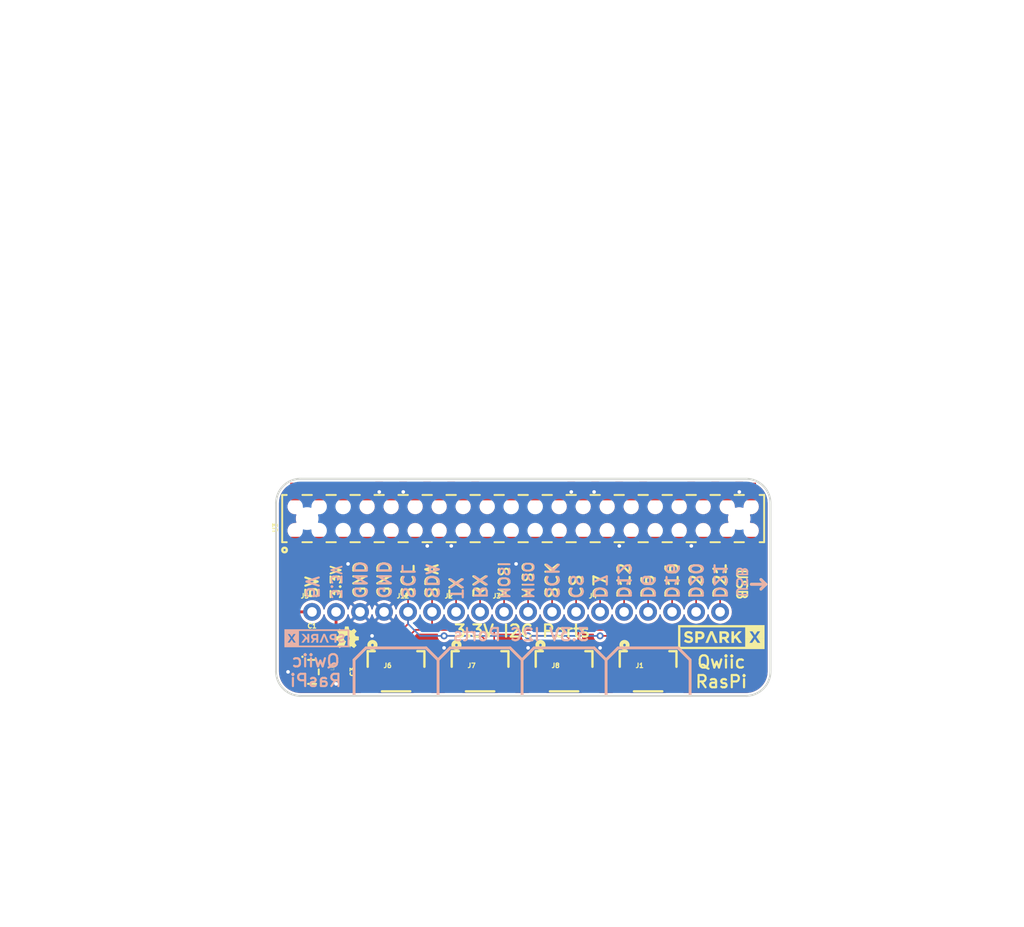
<source format=kicad_pcb>
(kicad_pcb (version 20211014) (generator pcbnew)
  (layers (0 "F.Cu" signal) (31 "B.Cu" signal) (34 "B.Paste" user) (35 "F.Paste" user) (36 "B.SilkS" user "B.Silkscreen") (37 "F.SilkS" user "F.Silkscreen") (38 "B.Mask" user) (39 "F.Mask" user) (44 "Edge.Cuts" user))
  (net 0 "")
  (net 1 "GND")
  (net 2 "3.3V")
  (net 3 "SDA")
  (net 4 "SCL")
  (net 5 "5V")
  (net 6 "RX")
  (net 7 "TX")
  (net 8 "D5")
  (net 9 "D6")
  (net 10 "D7")
  (net 11 "D12")
  (net 12 "D13")
  (net 13 "D16")
  (net 14 "D17")
  (net 15 "D18")
  (net 16 "D19")
  (net 17 "D20")
  (net 18 "D21")
  (net 19 "D22")
  (net 20 "D23")
  (net 21 "D24")
  (net 22 "D25")
  (net 23 "D26")
  (net 24 "D27")
  (net 25 "D4")
  (net 26 "MOSI")
  (net 27 "MISO")
  (net 28 "SCK")
  (net 29 "CS")
  (net 30 "ID_SDA")
  (net 31 "ID_SCL")
  (footprint "eagleBoard:1X04_1MM_RA" (layer "F.Cu") (at 135.0391 111.417099)
    (fp_text reference "J6" (at -1.397 2.159) (layer "F.SilkS") (effects (font (size 0.48768 0.48768) (thickness 0.12192)) (justify left bottom)))
    (fp_text value "")
    (pad "1" smd rect (at -1.5 0) (size 0.6 1.35) (layers "F.Cu" "F.Paste" "F.Mask") (net 1 "GND"))
    (pad "2" smd rect (at -0.5 0) (size 0.6 1.35) (layers "F.Cu" "F.Paste" "F.Mask") (net 2 "3.3V"))
    (pad "3" smd rect (at 0.5 0) (size 0.6 1.35) (layers "F.Cu" "F.Paste" "F.Mask") (net 3 "SDA"))
    (pad "4" smd rect (at 1.5 0) (size 0.6 1.35) (layers "F.Cu" "F.Paste" "F.Mask") (net 4 "SCL"))
    (pad "NC1" smd rect (at 2.8 3.675) (size 1.2 2) (layers "F.Cu" "F.Paste" "F.Mask"))
    (pad "NC2" smd rect (at -2.8 3.675) (size 1.2 2) (layers "F.Cu" "F.Paste" "F.Mask"))
  )
  (footprint "eagleBoard:FIDUCIAL-1X2" (layer "F.Cu") (at 126.1491 102.527099 180)
    (fp_text reference "FD1" hide)
    (fp_text value "FIDUCIAL1X2" hide)
    (pad "1" smd roundrect (at 0 0 180) (size 1 1) (layers "F.Cu" "F.Mask") (roundrect_rratio 0.5))
  )
  (footprint "eagleBoard:1X06_NO_SILK" (layer "F.Cu") (at 156.6291 107.607099)
    (fp_text reference "J4" (at -1.27 -1.397) (layer "F.SilkS") (effects (font (size 0.48768 0.48768) (thickness 0.12192)) (justify left bottom)))
    (fp_text value "")
    (pad "1" thru_hole circle (at 0 0 90) (size 1.8796 1.8796) (drill 1.016) (layers *.Cu *.Mask) (net 10 "D7"))
    (pad "2" thru_hole circle (at 2.54 0 90) (size 1.8796 1.8796) (drill 1.016) (layers *.Cu *.Mask) (net 11 "D12"))
    (pad "3" thru_hole circle (at 5.08 0 90) (size 1.8796 1.8796) (drill 1.016) (layers *.Cu *.Mask) (net 9 "D6"))
    (pad "4" thru_hole circle (at 7.62 0 90) (size 1.8796 1.8796) (drill 1.016) (layers *.Cu *.Mask) (net 13 "D16"))
    (pad "5" thru_hole circle (at 10.16 0 90) (size 1.8796 1.8796) (drill 1.016) (layers *.Cu *.Mask) (net 17 "D20"))
    (pad "6" thru_hole circle (at 12.7 0 90) (size 1.8796 1.8796) (drill 1.016) (layers *.Cu *.Mask) (net 18 "D21"))
  )
  (footprint "eagleBoard:OSHW-LOGO-MINI" (layer "F.Cu") (at 129.8321 110.401099)
    (fp_text reference "LOGO1" hide)
    (fp_text value "OSHW-LOGOMINI" hide)
  )
  (footprint "eagleBoard:SOT23-5" (layer "F.Cu") (at 126.1491 113.957099 -90)
    (fp_text reference "U2" (at -0.889 -2.159 90) (layer "F.SilkS") (effects (font (size 0.376489 0.376489) (thickness 0.029911)) (justify right)))
    (fp_text value "3.3V/600mA")
    (pad "1" smd rect (at -0.95 1.3001 270) (size 0.55 1.2) (layers "F.Cu" "F.Paste" "F.Mask") (net 5 "5V"))
    (pad "2" smd rect (at 0 1.3001 270) (size 0.55 1.2) (layers "F.Cu" "F.Paste" "F.Mask") (net 1 "GND"))
    (pad "3" smd rect (at 0.95 1.3001 270) (size 0.55 1.2) (layers "F.Cu" "F.Paste" "F.Mask") (net 5 "5V"))
    (pad "4" smd rect (at 0.95 -1.3001 270) (size 0.55 1.2) (layers "F.Cu" "F.Paste" "F.Mask"))
    (pad "5" smd rect (at -0.95 -1.3001 270) (size 0.55 1.2) (layers "F.Cu" "F.Paste" "F.Mask") (net 2 "3.3V"))
  )
  (footprint "eagleBoard:FIDUCIAL-1X2" (layer "F.Cu") (at 173.1391 113.957099 180)
    (fp_text reference "FD2" hide)
    (fp_text value "FIDUCIAL1X2" hide)
    (pad "1" smd roundrect (at 0 0 180) (size 1 1) (layers "F.Cu" "F.Mask") (roundrect_rratio 0.5))
  )
  (footprint "eagleBoard:1X04_NO_SILK" (layer "F.Cu") (at 146.4691 107.607099)
    (fp_text reference "J3" (at -1.27 -1.397) (layer "F.SilkS") (effects (font (size 0.48768 0.48768) (thickness 0.12192)) (justify left bottom)))
    (fp_text value "")
    (pad "1" thru_hole circle (at 0 0 90) (size 1.8796 1.8796) (drill 1.016) (layers *.Cu *.Mask) (net 26 "MOSI"))
    (pad "2" thru_hole circle (at 2.54 0 90) (size 1.8796 1.8796) (drill 1.016) (layers *.Cu *.Mask) (net 27 "MISO"))
    (pad "3" thru_hole circle (at 5.08 0 90) (size 1.8796 1.8796) (drill 1.016) (layers *.Cu *.Mask) (net 28 "SCK"))
    (pad "4" thru_hole circle (at 7.62 0 90) (size 1.8796 1.8796) (drill 1.016) (layers *.Cu *.Mask) (net 29 "CS"))
  )
  (footprint "eagleBoard:1X02_NO_SILK" (layer "F.Cu") (at 141.3891 107.607099)
    (fp_text reference "J2" (at -1.27 -1.397) (layer "F.SilkS") (effects (font (size 0.48768 0.48768) (thickness 0.12192)) (justify left bottom)))
    (fp_text value "")
    (pad "1" thru_hole circle (at 0 0 90) (size 1.8796 1.8796) (drill 1.016) (layers *.Cu *.Mask) (net 7 "TX"))
    (pad "2" thru_hole circle (at 2.54 0 90) (size 1.8796 1.8796) (drill 1.016) (layers *.Cu *.Mask) (net 6 "RX"))
  )
  (footprint "eagleBoard:1X02_NO_SILK" (layer "F.Cu") (at 136.3091 107.607099)
    (fp_text reference "J12" (at -1.27 -1.397) (layer "F.SilkS") (effects (font (size 0.48768 0.48768) (thickness 0.12192)) (justify left bottom)))
    (fp_text value "")
    (pad "1" thru_hole circle (at 0 0 90) (size 1.8796 1.8796) (drill 1.016) (layers *.Cu *.Mask) (net 3 "SDA"))
    (pad "2" thru_hole circle (at 2.54 0 90) (size 1.8796 1.8796) (drill 1.016) (layers *.Cu *.Mask) (net 4 "SCL"))
  )
  (footprint "eagleBoard:0603" (layer "F.Cu") (at 129.9591 113.957099 -90)
    (fp_text reference "C3" (at 0 -0.762 -90) (layer "F.SilkS") (effects (font (size 0.48768 0.48768) (thickness 0.12192)) (justify bottom)))
    (fp_text value "1.0uF")
    (pad "1" smd rect (at -0.85 0 270) (size 1.1 1) (layers "F.Cu" "F.Paste" "F.Mask") (net 2 "3.3V"))
    (pad "2" smd rect (at 0.85 0 270) (size 1.1 1) (layers "F.Cu" "F.Paste" "F.Mask") (net 1 "GND"))
  )
  (footprint "eagleBoard:1X04_1MM_RA" (layer "F.Cu") (at 152.8191 111.417099)
    (fp_text reference "J8" (at -1.397 2.159) (layer "F.SilkS") (effects (font (size 0.48768 0.48768) (thickness 0.12192)) (justify left bottom)))
    (fp_text value "")
    (pad "1" smd rect (at -1.5 0) (size 0.6 1.35) (layers "F.Cu" "F.Paste" "F.Mask") (net 1 "GND"))
    (pad "2" smd rect (at -0.5 0) (size 0.6 1.35) (layers "F.Cu" "F.Paste" "F.Mask") (net 2 "3.3V"))
    (pad "3" smd rect (at 0.5 0) (size 0.6 1.35) (layers "F.Cu" "F.Paste" "F.Mask") (net 3 "SDA"))
    (pad "4" smd rect (at 1.5 0) (size 0.6 1.35) (layers "F.Cu" "F.Paste" "F.Mask") (net 4 "SCL"))
    (pad "NC1" smd rect (at 2.8 3.675) (size 1.2 2) (layers "F.Cu" "F.Paste" "F.Mask"))
    (pad "NC2" smd rect (at -2.8 3.675) (size 1.2 2) (layers "F.Cu" "F.Paste" "F.Mask"))
  )
  (footprint "eagleBoard:CREATIVE_COMMONS" (layer "F.Cu") (at 113.4491 140.627099)
    (fp_text reference "FRAME1" hide)
    (fp_text value "FRAME-LETTER" hide)
  )
  (footprint "eagleBoard:1X04_1MM_RA" (layer "F.Cu") (at 161.709881 111.416981)
    (fp_text reference "J1" (at -1.397 2.159) (layer "F.SilkS") (effects (font (size 0.48768 0.48768) (thickness 0.12192)) (justify left bottom)))
    (fp_text value "")
    (pad "1" smd rect (at -1.5 0) (size 0.6 1.35) (layers "F.Cu" "F.Paste" "F.Mask") (net 1 "GND"))
    (pad "2" smd rect (at -0.5 0) (size 0.6 1.35) (layers "F.Cu" "F.Paste" "F.Mask") (net 2 "3.3V"))
    (pad "3" smd rect (at 0.5 0) (size 0.6 1.35) (layers "F.Cu" "F.Paste" "F.Mask") (net 3 "SDA"))
    (pad "4" smd rect (at 1.5 0) (size 0.6 1.35) (layers "F.Cu" "F.Paste" "F.Mask") (net 4 "SCL"))
    (pad "NC1" smd rect (at 2.8 3.675) (size 1.2 2) (layers "F.Cu" "F.Paste" "F.Mask"))
    (pad "NC2" smd rect (at -2.8 3.675) (size 1.2 2) (layers "F.Cu" "F.Paste" "F.Mask"))
  )
  (footprint "eagleBoard:RASPBERRY_PI_SHIELD_BOTTOM_ENTRY_NOHOLES" (layer "F.Cu") (at 115.9891 102.527099)
    (fp_text reference "U3" (at 6.55 -3.2702 90) (layer "F.SilkS") (effects (font (size 0.48768 0.48768) (thickness 0.12192)) (justify left bottom)))
    (fp_text value "RASPBERRY_PI")
    (pad "" np_thru_hole circle (at 28.69 -3.53) (size 1.02 1.02) (drill 1.02) (layers *.Cu *.Mask))
    (pad "" np_thru_hole circle (at 51.55 -3.53) (size 1.02 1.02) (drill 1.02) (layers *.Cu *.Mask))
    (pad "" np_thru_hole circle (at 26.15 -3.53) (size 1.02 1.02) (drill 1.02) (layers *.Cu *.Mask))
    (pad "" np_thru_hole circle (at 8.37 -6.07) (size 1.02 1.02) (drill 1.02) (layers *.Cu *.Mask))
    (pad "" np_thru_hole circle (at 8.37 -3.53) (size 1.02 1.02) (drill 1.02) (layers *.Cu *.Mask))
    (pad "" np_thru_hole circle (at 54.09 -6.07) (size 1.02 1.02) (drill 1.02) (layers *.Cu *.Mask))
    (pad "" np_thru_hole circle (at 23.61 -3.53) (size 1.02 1.02) (drill 1.02) (layers *.Cu *.Mask))
    (pad "" np_thru_hole circle (at 26.15 -6.07) (size 1.02 1.02) (drill 1.02) (layers *.Cu *.Mask))
    (pad "" np_thru_hole circle (at 33.77 -6.07) (size 1.02 1.02) (drill 1.02) (layers *.Cu *.Mask))
    (pad "" np_thru_hole circle (at 33.77 -3.53) (size 1.02 1.02) (drill 1.02) (layers *.Cu *.Mask))
    (pad "" np_thru_hole circle (at 49.01 -6.07) (size 1.02 1.02) (drill 1.02) (layers *.Cu *.Mask))
    (pad "" np_thru_hole circle (at 54.09 -3.53) (size 1.02 1.02) (drill 1.02) (layers *.Cu *.Mask))
    (pad "" np_thru_hole circle (at 13.45 -6.07) (size 1.02 1.02) (drill 1.02) (layers *.Cu *.Mask))
    (pad "" np_thru_hole circle (at 13.45 -3.53) (size 1.02 1.02) (drill 1.02) (layers *.Cu *.Mask))
    (pad "" np_thru_hole circle (at 41.39 -3.53) (size 1.02 1.02) (drill 1.02) (layers *.Cu *.Mask))
    (pad "" np_thru_hole circle (at 18.53 -3.53) (size 1.02 1.02) (drill 1.02) (layers *.Cu *.Mask))
    (pad "" np_thru_hole circle (at 15.99 -6.07) (size 1.02 1.02) (drill 1.02) (layers *.Cu *.Mask))
    (pad "" np_thru_hole circle (at 23.61 -6.07) (size 1.02 1.02) (drill 1.02) (layers *.Cu *.Mask))
    (pad "" np_thru_hole circle (at 56.63 -6.07) (size 1.02 1.02) (drill 1.02) (layers *.Cu *.Mask))
    (pad "" np_thru_hole circle (at 21.07 -6.07) (size 1.02 1.02) (drill 1.02) (layers *.Cu *.Mask))
    (pad "" np_thru_hole circle (at 46.47 -6.07) (size 1.02 1.02) (drill 1.02) (layers *.Cu *.Mask))
    (pad "" np_thru_hole circle (at 18.53 -6.07) (size 1.02 1.02) (drill 1.02) (layers *.Cu *.Mask))
    (pad "" np_thru_hole circle (at 49.01 -3.53) (size 1.02 1.02) (drill 1.02) (layers *.Cu *.Mask))
    (pad "" np_thru_hole circle (at 38.85 -6.07) (size 1.02 1.02) (drill 1.02) (layers *.Cu *.Mask))
    (pad "" np_thru_hole circle (at 46.47 -3.53) (size 1.02 1.02) (drill 1.02) (layers *.Cu *.Mask))
    (pad "" np_thru_hole circle (at 28.69 -6.07) (size 1.02 1.02) (drill 1.02) (layers *.Cu *.Mask))
    (pad "" np_thru_hole circle (at 43.93 -6.07) (size 1.02 1.02) (drill 1.02) (layers *.Cu *.Mask))
    (pad "" np_thru_hole circle (at 10.91 -3.53) (size 1.02 1.02) (drill 1.02) (layers *.Cu *.Mask))
    (pad "" np_thru_hole circle (at 31.23 -6.07) (size 1.02 1.02) (drill 1.02) (layers *.Cu *.Mask))
    (pad "" np_thru_hole circle (at 15.99 -3.53) (size 1.02 1.02) (drill 1.02) (layers *.Cu *.Mask))
    (pad "" np_thru_hole circle (at 36.31 -6.07) (size 1.02 1.02) (drill 1.02) (layers *.Cu *.Mask))
    (pad "" np_thru_hole circle (at 43.93 -3.53) (size 1.02 1.02) (drill 1.02) (layers *.Cu *.Mask))
    (pad "" np_thru_hole circle (at 56.63 -3.53) (size 1.02 1.02) (drill 1.02) (layers *.Cu *.Mask))
    (pad "" np_thru_hole circle (at 21.07 -3.53) (size 1.02 1.02) (drill 1.02) (layers *.Cu *.Mask))
    (pad "" np_thru_hole circle (at 36.31 -3.53) (size 1.02 1.02) (drill 1.02) (layers *.Cu *.Mask))
    (pad "" np_thru_hole circle (at 38.85 -3.53) (size 1.02 1.02) (drill 1.02) (layers *.Cu *.Mask))
    (pad "" np_thru_hole circle (at 41.39 -6.07) (size 1.02 1.02) (drill 1.02) (layers *.Cu *.Mask))
    (pad "" np_thru_hole circle (at 9.64 -4.8) (size 1.8 1.8) (drill 1.8) (layers *.Cu *.Mask))
    (pad "" np_thru_hole circle (at 51.55 -6.07) (size 1.02 1.02) (drill 1.02) (layers *.Cu *.Mask))
    (pad "" np_thru_hole circle (at 10.91 -6.07) (size 1.02 1.02) (drill 1.02) (layers *.Cu *.Mask))
    (pad "" np_thru_hole circle (at 31.23 -3.53) (size 1.02 1.02) (drill 1.02) (layers *.Cu *.Mask))
    (pad "" np_thru_hole circle (at 55.36 -4.8) (size 1.8 1.8) (drill 1.8) (layers *.Cu *.Mask))
    (pad "1" smd rect (at 8.37 -7.665 90) (size 1.87 1.02) (layers "F.Cu" "F.Paste" "F.Mask"))
    (pad "2" smd rect (at 8.37 -1.935 90) (size 1.87 1.02) (layers "F.Cu" "F.Paste" "F.Mask") (net 5 "5V"))
    (pad "3" smd rect (at 10.91 -7.665 90) (size 1.87 1.02) (layers "F.Cu" "F.Paste" "F.Mask") (net 3 "SDA"))
    (pad "4" smd rect (at 10.91 -1.935 90) (size 1.87 1.02) (layers "F.Cu" "F.Paste" "F.Mask") (net 5 "5V"))
    (pad "5" smd rect (at 13.45 -7.665 90) (size 1.87 1.02) (layers "F.Cu" "F.Paste" "F.Mask") (net 4 "SCL"))
    (pad "6" smd rect (at 13.45 -1.935 90) (size 1.87 1.02) (layers "F.Cu" "F.Paste" "F.Mask") (net 1 "GND"))
    (pad "7" smd rect (at 15.99 -7.665 90) (size 1.87 1.02) (layers "F.Cu" "F.Paste" "F.Mask") (net 25 "D4"))
    (pad "8" smd rect (at 15.99 -1.935 90) (size 1.87 1.02) (layers "F.Cu" "F.Paste" "F.Mask") (net 7 "TX"))
    (pad "9" smd rect (at 18.53 -7.665 90) (size 1.87 1.02) (layers "F.Cu" "F.Paste" "F.Mask") (net 1 "GND"))
    (pad "10" smd rect (at 18.53 -1.935 90) (size 1.87 1.02) (layers "F.Cu" "F.Paste" "F.Mask") (net 6 "RX"))
    (pad "11" smd rect (at 21.07 -7.665 90) (size 1.87 1.02) (layers "F.Cu" "F.Paste" "F.Mask") (net 14 "D17"))
    (pad "12" smd rect (at 21.07 -1.935 90) (size 1.87 1.02) (layers "F.Cu" "F.Paste" "F.Mask") (net 15 "D18"))
    (pad "13" smd rect (at 23.61 -7.665 90) (size 1.87 1.02) (layers "F.Cu" "F.Paste" "F.Mask") (net 24 "D27"))
    (pad "14" smd rect (at 23.61 -1.935 90) (size 1.87 1.02) (layers "F.Cu" "F.Paste" "F.Mask") (net 1 "GND"))
    (pad "15" smd rect (at 26.15 -7.665 90) (size 1.87 1.02) (layers "F.Cu" "F.Paste" "F.Mask") (net 19 "D22"))
    (pad "16" smd rect (at 26.15 -1.935 90) (size 1.87 1.02) (layers "F.Cu" "F.Paste" "F.Mask") (net 20 "D23"))
    (pad "17" smd rect (at 28.69 -7.665 90) (size 1.87 1.02) (layers "F.Cu" "F.Paste" "F.Mask"))
    (pad "18" smd rect (at 28.69 -1.935 90) (size 1.87 1.02) (layers "F.Cu" "F.Paste" "F.Mask") (net 21 "D24"))
    (pad "19" smd rect (at 31.23 -7.665 90) (size 1.87 1.02) (layers "F.Cu" "F.Paste" "F.Mask") (net 26 "MOSI"))
    (pad "20" smd rect (at 31.23 -1.935 90) (size 1.87 1.02) (layers "F.Cu" "F.Paste" "F.Mask") (net 1 "GND"))
    (pad "21" smd rect (at 33.77 -7.665 90) (size 1.87 1.02) (layers "F.Cu" "F.Paste" "F.Mask") (net 27 "MISO"))
    (pad "22" smd rect (at 33.77 -1.935 90) (size 1.87 1.02) (layers "F.Cu" "F.Paste" "F.Mask") (net 22 "D25"))
    (pad "23" smd rect (at 36.31 -7.665 90) (size 1.87 1.02) (layers "F.Cu" "F.Paste" "F.Mask") (net 28 "SCK"))
    (pad "24" smd rect (at 36.31 -1.935 90) (size 1.87 1.02) (layers "F.Cu" "F.Paste" "F.Mask") (net 29 "CS"))
    (pad "25" smd rect (at 38.85 -7.665 90) (size 1.87 1.02) (layers "F.Cu" "F.Paste" "F.Mask") (net 1 "GND"))
    (pad "26" smd rect (at 38.85 -1.935 90) (size 1.87 1.02) (layers "F.Cu" "F.Paste" "F.Mask") (net 10 "D7"))
    (pad "27" smd rect (at 41.39 -7.665 90) (size 1.87 1.02) (layers "F.Cu" "F.Paste" "F.Mask") (net 30 "ID_SDA"))
    (pad "28" smd rect (at 41.39 -1.935 90) (size 1.87 1.02) (layers "F.Cu" "F.Paste" "F.Mask") (net 31 "ID_SCL"))
    (pad "29" smd rect (at 43.93 -7.665 90) (size 1.87 1.02) (layers "F.Cu" "F.Paste" "F.Mask") (net 8 "D5"))
    (pad "30" smd rect (at 43.93 -1.935 90) (size 1.87 1.02) (layers "F.Cu" "F.Paste" "F.Mask") (net 1 "GND"))
    (pad "31" smd rect (at 46.47 -7.665 90) (size 1.87 1.02) (layers "F.Cu" "F.Paste" "F.Mask") (net 9 "D6"))
    (pad "32" smd rect (at 46.47 -1.935 90) (size 1.87 1.02) (layers "F.Cu" "F.Paste" "F.Mask") (net 11 "D12"))
    (pad "33" smd rect (at 49.01 -7.665 90) (size 1.87 1.02) (layers "F.Cu" "F.Paste" "F.Mask") (net 12 "D13"))
    (pad "34" smd rect (at 49.01 -1.935 90) (size 1.87 1.02) (layers "F.Cu" "F.Paste" "F.Mask") (net 1 "GND"))
    (pad "35" smd rect (at 51.55 -7.665 90) (size 1.87 1.02) (layers "F.Cu" "F.Paste" "F.Mask") (net 16 "D19"))
    (pad "36" smd rect (at 51.55 -1.935 90) (size 1.87 1.02) (layers "F.Cu" "F.Paste" "F.Mask") (net 13 "D16"))
    (pad "37" smd rect (at 54.09 -7.665 90) (size 1.87 1.02) (layers "F.Cu" "F.Paste" "F.Mask") (net 23 "D26"))
    (pad "38" smd rect (at 54.09 -1.935 90) (size 1.87 1.02) (layers "F.Cu" "F.Paste" "F.Mask") (net 17 "D20"))
    (pad "39" smd rect (at 56.63 -7.665 90) (size 1.87 1.02) (layers "F.Cu" "F.Paste" "F.Mask") (net 1 "GND"))
    (pad "40" smd rect (at 56.63 -1.935 90) (size 1.87 1.02) (layers "F.Cu" "F.Paste" "F.Mask") (net 18 "D21"))
  )
  (footprint "eagleBoard:SPARKX-MEDIUM" (layer "F.Cu") (at 169.4561 110.274099)
    (fp_text reference "U$2" hide)
    (fp_text value "SPARKX-LOGO4" hide)
  )
  (footprint "eagleBoard:1X04_1MM_RA" (layer "F.Cu") (at 143.9291 111.417099)
    (fp_text reference "J7" (at -1.397 2.159) (layer "F.SilkS") (effects (font (size 0.48768 0.48768) (thickness 0.12192)) (justify left bottom)))
    (fp_text value "")
    (pad "1" smd rect (at -1.5 0) (size 0.6 1.35) (layers "F.Cu" "F.Paste" "F.Mask") (net 1 "GND"))
    (pad "2" smd rect (at -0.5 0) (size 0.6 1.35) (layers "F.Cu" "F.Paste" "F.Mask") (net 2 "3.3V"))
    (pad "3" smd rect (at 0.5 0) (size 0.6 1.35) (layers "F.Cu" "F.Paste" "F.Mask") (net 3 "SDA"))
    (pad "4" smd rect (at 1.5 0) (size 0.6 1.35) (layers "F.Cu" "F.Paste" "F.Mask") (net 4 "SCL"))
    (pad "NC1" smd rect (at 2.8 3.675) (size 1.2 2) (layers "F.Cu" "F.Paste" "F.Mask"))
    (pad "NC2" smd rect (at -2.8 3.675) (size 1.2 2) (layers "F.Cu" "F.Paste" "F.Mask"))
  )
  (footprint "eagleBoard:1X04_NO_SILK" (layer "F.Cu") (at 126.1491 107.607099)
    (fp_text reference "J5" (at -1.27 -1.397) (layer "F.SilkS") (effects (font (size 0.48768 0.48768) (thickness 0.12192)) (justify left bottom)))
    (fp_text value "")
    (pad "1" thru_hole circle (at 0 0 90) (size 1.8796 1.8796) (drill 1.016) (layers *.Cu *.Mask) (net 5 "5V"))
    (pad "2" thru_hole circle (at 2.54 0 90) (size 1.8796 1.8796) (drill 1.016) (layers *.Cu *.Mask) (net 2 "3.3V"))
    (pad "3" thru_hole circle (at 5.08 0 90) (size 1.8796 1.8796) (drill 1.016) (layers *.Cu *.Mask) (net 1 "GND"))
    (pad "4" thru_hole circle (at 7.62 0 90) (size 1.8796 1.8796) (drill 1.016) (layers *.Cu *.Mask) (net 1 "GND"))
  )
  (footprint "eagleBoard:0603" (layer "F.Cu") (at 126.1491 110.147099)
    (fp_text reference "C1" (at 0 -0.762) (layer "F.SilkS") (effects (font (size 0.48768 0.48768) (thickness 0.12192)) (justify bottom)))
    (fp_text value "1.0uF")
    (pad "1" smd rect (at -0.85 0) (size 1.1 1) (layers "F.Cu" "F.Paste" "F.Mask") (net 5 "5V"))
    (pad "2" smd rect (at 0.85 0) (size 1.1 1) (layers "F.Cu" "F.Paste" "F.Mask") (net 1 "GND"))
  )
  (footprint "eagleBoard:SPARKX-SMALL" (layer "B.Cu") (at 126.6571 110.401099 180)
    (fp_text reference "U$1" hide)
    (fp_text value "SPARKX-LOGO3" hide)
  )
  (gr_line (start 164.8841 111.417099) (end 158.5341 111.417099) (layer "B.SilkS") (width 0.3048))
  (gr_line (start 148.3741 112.687099) (end 149.6441 111.417099) (layer "B.SilkS") (width 0.3048))
  (gr_line (start 157.2641 112.687099) (end 158.5341 111.417099) (layer "B.SilkS") (width 0.3048))
  (gr_line (start 174.1551 104.686099) (end 172.6311 104.686099) (layer "B.SilkS") (width 0.3048))
  (gr_line (start 138.2141 111.417099) (end 139.4841 112.687099) (layer "B.SilkS") (width 0.3048))
  (gr_line (start 147.1041 111.417099) (end 148.3741 112.687099) (layer "B.SilkS") (width 0.3048))
  (gr_line (start 138.2141 111.417099) (end 131.8641 111.417099) (layer "B.SilkS") (width 0.3048))
  (gr_line (start 155.9941 111.417099) (end 157.2641 112.687099) (layer "B.SilkS") (width 0.3048))
  (gr_line (start 164.8841 111.417099) (end 166.1541 112.687099) (layer "B.SilkS") (width 0.3048))
  (gr_line (start 130.5941 116.370099) (end 130.5941 112.687099) (layer "B.SilkS") (width 0.3048))
  (gr_line (start 166.1541 116.370099) (end 166.1541 112.687099) (layer "B.SilkS") (width 0.3048))
  (gr_line (start 174.1551 104.686099) (end 173.6471 104.178099) (layer "B.SilkS") (width 0.3048))
  (gr_line (start 173.6471 105.194099) (end 174.1551 104.686099) (layer "B.SilkS") (width 0.3048))
  (gr_line (start 130.5941 112.687099) (end 131.8641 111.417099) (layer "B.SilkS") (width 0.3048))
  (gr_line (start 139.4841 112.687099) (end 140.7541 111.417099) (layer "B.SilkS") (width 0.3048))
  (gr_line (start 155.9941 111.417099) (end 149.6441 111.417099) (layer "B.SilkS") (width 0.3048))
  (gr_line (start 139.4841 116.370099) (end 139.4841 112.687099) (layer "B.SilkS") (width 0.3048))
  (gr_line (start 148.3741 116.370099) (end 148.3741 112.687099) (layer "B.SilkS") (width 0.3048))
  (gr_line (start 147.1041 111.417099) (end 140.7541 111.417099) (layer "B.SilkS") (width 0.3048))
  (gr_line (start 157.2641 116.370099) (end 157.2641 112.687099) (layer "B.SilkS") (width 0.3048))
  (gr_line (start 174.1551 104.686099) (end 173.6471 104.178099) (layer "F.SilkS") (width 0.3048))
  (gr_line (start 172.6311 104.686099) (end 174.1551 104.686099) (layer "F.SilkS") (width 0.3048))
  (gr_line (start 174.1551 104.686099) (end 173.6471 105.194099) (layer "F.SilkS") (width 0.3048))
  (gr_arc (start 172.1231 93.510099) (mid 173.9011 94.272099) (end 174.6631 96.050099) (layer "Edge.Cuts") (width 0.2032))
  (gr_arc (start 124.8791 116.497099) (mid 123.1011 115.7351) (end 122.3391 113.957101) (layer "Edge.Cuts") (width 0.2032))
  (gr_line (start 174.6631 113.957099) (end 174.6631 96.050099) (layer "Edge.Cuts") (width 0.2032))
  (gr_line (start 172.1231 116.497099) (end 124.8791 116.497099) (layer "Edge.Cuts") (width 0.2032))
  (gr_arc (start 174.6631 113.957099) (mid 173.901101 115.735099) (end 172.123101 116.4971) (layer "Edge.Cuts") (width 0.2032))
  (gr_line (start 172.1231 93.510099) (end 124.8791 93.510099) (layer "Edge.Cuts") (width 0.2032))
  (gr_line (start 122.3391 96.050099) (end 122.3391 113.957099) (layer "Edge.Cuts") (width 0.2032))
  (gr_arc (start 122.3391 96.050099) (mid 123.1011 94.2721) (end 124.879099 93.5101) (layer "Edge.Cuts") (width 0.2032))
  (gr_text "X10" (at 172.3771 107.607099) (layer "F.Cu") (effects (font (size 0.8128 0.8128) (thickness 0.2032))))
  (gr_text "GND" (at 133.7691 106.337099 -90) (layer "B.SilkS") (effects (font (size 1.2954 1.2954) (thickness 0.2286)) (justify left mirror)))
  (gr_text "D12" (at 159.1691 106.337099 -90) (layer "B.SilkS") (effects (font (size 1.2954 1.2954) (thickness 0.2286)) (justify left mirror)))
  (gr_text "D20" (at 166.7891 106.337099 -90) (layer "B.SilkS") (effects (font (size 1.2954 1.2954) (thickness 0.2286)) (justify left mirror)))
  (gr_text "Qwiic\nRasPi" (at 126.5301 113.830099) (layer "B.SilkS") (effects (font (size 1.2954 1.2954) (thickness 0.2286)) (justify mirror)))
  (gr_text "RX" (at 143.9291 106.337099 -90) (layer "B.SilkS") (effects (font (size 1.2954 1.2954) (thickness 0.2286)) (justify left mirror)))
  (gr_text "GND" (at 131.2291 106.337099 -90) (layer "B.SilkS") (effects (font (size 1.2954 1.2954) (thickness 0.2286)) (justify left mirror)))
  (gr_text "CS" (at 154.0891 106.337099 -90) (layer "B.SilkS") (effects (font (size 1.2954 1.2954) (thickness 0.2286)) (justify left mirror)))
  (gr_text "TX" (at 141.3891 106.337099 -90) (layer "B.SilkS") (effects (font (size 1.2954 1.2954) (thickness 0.2286)) (justify left mirror)))
  (gr_text "5V" (at 126.1491 106.337099 -90) (layer "B.SilkS") (effects (font (size 1.2954 1.2954) (thickness 0.2286)) (justify left mirror)))
  (gr_text "MISO" (at 149.0091 106.337099 -90) (layer "B.SilkS") (effects (font (size 1.0795 1.0795) (thickness 0.1905)) (justify left mirror)))
  (gr_text "D21" (at 169.3291 106.337099 -90) (layer "B.SilkS") (effects (font (size 1.2954 1.2954) (thickness 0.2286)) (justify left mirror)))
  (gr_text "D6" (at 161.7091 106.337099 -90) (layer "B.SilkS") (effects (font (size 1.2954 1.2954) (thickness 0.2286)) (justify left mirror)))
  (gr_text "D16" (at 164.2491 106.337099 -90) (layer "B.SilkS") (effects (font (size 1.2954 1.2954) (thickness 0.2286)) (justify left mirror)))
  (gr_text "SCK" (at 151.5491 106.337099 -90) (layer "B.SilkS") (effects (font (size 1.2954 1.2954) (thickness 0.2286)) (justify left mirror)))
  (gr_text "3.3V" (at 128.6891 106.337099 -90) (layer "B.SilkS") (effects (font (size 1.0795 1.0795) (thickness 0.1905)) (justify left mirror)))
  (gr_text "MOSI" (at 146.4691 106.337099 -90) (layer "B.SilkS") (effects (font (size 1.0795 1.0795) (thickness 0.1905)) (justify left mirror)))
  (gr_text "D7" (at 156.6291 106.337099 -90) (layer "B.SilkS") (effects (font (size 1.2954 1.2954) (thickness 0.2286)) (justify left mirror)))
  (gr_text "SCL" (at 136.3091 106.337099 -90) (layer "B.SilkS") (effects (font (size 1.2954 1.2954) (thickness 0.2286)) (justify left mirror)))
  (gr_text "USB" (at 171.6151 104.432099 -90) (layer "B.SilkS") (effects (font (size 1.0795 1.0795) (thickness 0.1905)) (justify mirror)))
  (gr_text "SDA" (at 138.8491 106.337099 -90) (layer "B.SilkS") (effects (font (size 1.2954 1.2954) (thickness 0.2286)) (justify left mirror)))
  (gr_text "3.3V I2C Ports" (at 148.2471 110.020099) (layer "B.SilkS") (effects (font (size 1.2954 1.2954) (thickness 0.2286)) (justify mirror)))
  (gr_text "D21" (at 169.3291 106.337099 90) (layer "F.SilkS") (effects (font (size 1.2954 1.2954) (thickness 0.2286)) (justify left)))
  (gr_text "D7" (at 156.6291 106.337099 90) (layer "F.SilkS") (effects (font (size 1.2954 1.2954) (thickness 0.2286)) (justify left)))
  (gr_text "SCL" (at 136.3091 106.337099 90) (layer "F.SilkS") (effects (font (size 1.2954 1.2954) (thickness 0.2286)) (justify left)))
  (gr_text "GND" (at 131.2291 106.337099 90) (layer "F.SilkS") (effects (font (size 1.2954 1.2954) (thickness 0.2286)) (justify left)))
  (gr_text "SCK" (at 151.5491 106.337099 90) (layer "F.SilkS") (effects (font (size 1.2954 1.2954) (thickness 0.2286)) (justify left)))
  (gr_text "SDA" (at 138.8491 106.337099 90) (layer "F.SilkS") (effects (font (size 1.2954 1.2954) (thickness 0.2286)) (justify left)))
  (gr_text "D20" (at 166.7891 106.337099 90) (layer "F.SilkS") (effects (font (size 1.2954 1.2954) (thickness 0.2286)) (justify left)))
  (gr_text "3.3V" (at 128.6891 106.337099 90) (layer "F.SilkS") (effects (font (size 1.0795 1.0795) (thickness 0.1905)) (justify left)))
  (gr_text "5V" (at 126.1491 106.337099 90) (layer "F.SilkS") (effects (font (size 1.2954 1.2954) (thickness 0.2286)) (justify left)))
  (gr_text "D16" (at 164.2491 106.337099 90) (layer "F.SilkS") (effects (font (size 1.2954 1.2954) (thickness 0.2286)) (justify left)))
  (gr_text "D6" (at 161.7091 106.337099 90) (layer "F.SilkS") (effects (font (size 1.2954 1.2954) (thickness 0.2286)) (justify left)))
  (gr_text "TX" (at 141.3891 106.337099 90) (layer "F.SilkS") (effects (font (size 1.2954 1.2954) (thickness 0.2286)) (justify left)))
  (gr_text "Qwiic\nRasPi" (at 169.4561 113.957099) (layer "F.SilkS") (effects (font (size 1.2954 1.2954) (thickness 0.2286))))
  (gr_text "MOSI" (at 146.4691 106.337099 90) (layer "F.SilkS") (effects (font (size 1.0795 1.0795) (thickness 0.1905)) (justify left)))
  (gr_text "MISO" (at 149.0091 106.337099 90) (layer "F.SilkS") (effects (font (size 1.0795 1.0795) (thickness 0.1905)) (justify left)))
  (gr_text "D12" (at 159.1691 106.337099 90) (layer "F.SilkS") (effects (font (size 1.2954 1.2954) (thickness 0.2286)) (justify left)))
  (gr_text "3.3V I2C Ports" (at 148.3741 109.639099) (layer "F.SilkS") (effects (font (size 1.2954 1.2954) (thickness 0.2286))))
  (gr_text "USB" (at 171.6151 104.686099 270) (layer "F.SilkS") (effects (font (size 1.0795 1.0795) (thickness 0.1905))))
  (gr_text "CS" (at 154.0891 106.337099 90) (layer "F.SilkS") (effects (font (size 1.2954 1.2954) (thickness 0.2286)) (justify left)))
  (gr_text "RX" (at 143.9291 106.337099 90) (layer "F.SilkS") (effects (font (size 1.2954 1.2954) (thickness 0.2286)) (justify left)))
  (gr_text "GND" (at 133.7691 106.337099 90) (layer "F.SilkS") (effects (font (size 1.2954 1.2954) (thickness 0.2286)) (justify left)))
  (via (at 140.1191 111.417099) (size 0.7366) (drill 0.381) (layers "F.Cu" "B.Cu") (net 1))
  (via (at 156.6291 111.417099) (size 0.7366) (drill 0.381) (layers "F.Cu" "B.Cu") (net 1))
  (via (at 147.7391 102.527099) (size 0.7366) (drill 0.381) (layers "F.Cu" "B.Cu") (net 1))
  (via (at 123.6091 113.957099) (size 0.7366) (drill 0.381) (layers "F.Cu" "B.Cu") (net 1))
  (via (at 171.3611 94.907099) (size 0.7366) (drill 0.381) (layers "F.Cu" "B.Cu") (net 1))
  (via (at 129.9591 102.527099) (size 0.7366) (drill 0.381) (layers "F.Cu" "B.Cu") (net 1))
  (via (at 133.2611 94.907099) (size 0.7366) (drill 0.381) (layers "F.Cu" "B.Cu") (net 1))
  (via (at 149.0091 111.417099) (size 0.7366) (drill 0.381) (layers "F.Cu" "B.Cu") (net 1))
  (via (at 128.6891 115.227099) (size 0.7366) (drill 0.381) (layers "F.Cu" "B.Cu") (net 1))
  (via (at 138.3411 100.622099) (size 0.7366) (drill 0.381) (layers "F.Cu" "B.Cu") (net 1))
  (via (at 140.8811 100.622099) (size 0.7366) (drill 0.381) (layers "F.Cu" "B.Cu") (net 1))
  (via (at 132.4991 110.147099) (size 0.7366) (drill 0.381) (layers "F.Cu" "B.Cu") (net 1))
  (via (at 158.6611 100.622099) (size 0.7366) (drill 0.381) (layers "F.Cu" "B.Cu") (net 1))
  (via (at 135.8011 94.907099) (size 0.7366) (drill 0.381) (layers "F.Cu" "B.Cu") (net 1))
  (via (at 153.5811 94.907099) (size 0.7366) (drill 0.381) (layers "F.Cu" "B.Cu") (net 1))
  (via (at 155.9941 94.907099) (size 0.7366) (drill 0.381) (layers "F.Cu" "B.Cu") (net 1))
  (via (at 166.2811 100.622099) (size 0.7366) (drill 0.381) (layers "F.Cu" "B.Cu") (net 1))
  (segment (start 143.4291 113.099099) (end 143.4211 113.107099) (width 0.3048) (layer "F.Cu") (net 2))
  (segment (start 152.3191 113.099099) (end 152.3111 113.107099) (width 0.3048) (layer "F.Cu") (net 2))
  (segment (start 127.4191 112.976999) (end 127.4492 113.007099) (width 0.3048) (layer "F.Cu") (net 2))
  (segment (start 127.4492 113.007099) (end 128.6281 113.007099) (width 0.3048) (layer "F.Cu") (net 2))
  (segment (start 134.5311 113.107099) (end 143.4211 113.107099) (width 0.3048) (layer "F.Cu") (net 2))
  (segment (start 152.3191 111.417099) (end 152.3191 113.099099) (width 0.3048) (layer "F.Cu") (net 2))
  (segment (start 143.4211 113.107099) (end 152.3111 113.107099) (width 0.3048) (layer "F.Cu") (net 2))
  (segment (start 134.5391 111.417099) (end 134.5391 113.099099) (width 0.3048) (layer "F.Cu") (net 2))
  (segment (start 134.5391 113.099099) (end 134.5311 113.107099) (width 0.3048) (layer "F.Cu") (net 2))
  (segment (start 128.6281 113.007099) (end 128.7281 113.107099) (width 0.3048) (layer "F.Cu") (net 2))
  (segment (start 143.4291 111.417099) (end 143.4291 113.099099) (width 0.3048) (layer "F.Cu") (net 2))
  (segment (start 152.3111 113.107099) (end 160.9081 113.107099) (width 0.3048) (layer "F.Cu") (net 2))
  (segment (start 129.9591 113.107099) (end 134.5311 113.107099) (width 0.3048) (layer "F.Cu") (net 2))
  (segment (start 127.4191 111.417099) (end 127.4191 112.976999) (width 0.3048) (layer "F.Cu") (net 2))
  (segment (start 128.6891 110.147099) (end 127.4191 111.417099) (width 0.3048) (layer "F.Cu") (net 2))
  (segment (start 160.9081 113.107099) (end 161.209881 112.805318) (width 0.3048) (layer "F.Cu") (net 2))
  (segment (start 161.209881 111.416981) (end 161.209881 112.805318) (width 0.3048) (layer "F.Cu") (net 2))
  (segment (start 128.6891 107.607099) (end 128.6891 110.147099) (width 0.3048) (layer "F.Cu") (net 2))
  (segment (start 129.9591 113.107099) (end 128.7281 113.107099) (width 0.3048) (layer "F.Cu") (net 2))
  (segment (start 153.3191 111.417099) (end 153.3191 110.393099) (width 0.1778) (layer "F.Cu") (net 3))
  (segment (start 129.4511 103.797099) (end 128.1811 102.527099) (width 0.1778) (layer "F.Cu") (net 3))
  (segment (start 136.3091 108.877099) (end 136.3091 107.607099) (width 0.1778) (layer "F.Cu") (net 3))
  (segment (start 144.4291 111.417099) (end 144.4291 110.520099) (width 0.1778) (layer "F.Cu") (net 3))
  (segment (start 128.1811 102.527099) (end 128.1811 95.161099) (width 0.1778) (layer "F.Cu") (net 3))
  (segment (start 162.209881 110.647881) (end 161.7091 110.147099) (width 0.1778) (layer "F.Cu") (net 3))
  (segment (start 136.3091 107.607099) (end 136.3091 105.067099) (width 0.1778) (layer "F.Cu") (net 3))
  (segment (start 161.7091 110.147099) (end 156.6291 110.147099) (width 0.1778) (layer "F.Cu") (net 3))
  (segment (start 144.4291 110.520099) (end 144.0561 110.147099) (width 0.1778) (layer "F.Cu") (net 3))
  (segment (start 153.0731 110.147099) (end 149.0091 110.147099) (width 0.1778) (layer "F.Cu") (net 3))
  (segment (start 144.0561 110.147099) (end 140.1191 110.147099) (width 0.1778) (layer "F.Cu") (net 3))
  (segment (start 135.5391 111.417099) (end 135.5391 109.647099) (width 0.1778) (layer "F.Cu") (net 3))
  (segment (start 153.3191 110.393099) (end 153.0731 110.147099) (width 0.1778) (layer "F.Cu") (net 3))
  (segment (start 162.209881 111.416981) (end 162.209881 110.647881) (width 0.1778) (layer "F.Cu") (net 3))
  (segment (start 126.8991 94.862099) (end 127.8821 94.862099) (width 0.1778) (layer "F.Cu") (net 3))
  (segment (start 136.3091 105.067099) (end 135.0391 103.797099) (width 0.1778) (layer "F.Cu") (net 3))
  (segment (start 135.5391 109.647099) (end 136.3091 108.877099) (width 0.1778) (layer "F.Cu") (net 3))
  (segment (start 135.0391 103.797099) (end 129.4511 103.797099) (width 0.1778) (layer "F.Cu") (net 3))
  (segment (start 128.1811 95.161099) (end 127.8821 94.862099) (width 0.1778) (layer "F.Cu") (net 3))
  (via (at 140.1191 110.147099) (size 0.7366) (drill 0.381) (layers "F.Cu" "B.Cu") (net 3))
  (via (at 156.6291 110.147099) (size 0.7366) (drill 0.381) (layers "F.Cu" "B.Cu") (net 3))
  (via (at 149.0091 110.147099) (size 0.7366) (drill 0.381) (layers "F.Cu" "B.Cu") (net 3))
  (segment (start 136.3091 108.877099) (end 136.3091 107.607099) (width 0.1778) (layer "B.Cu") (net 3))
  (segment (start 137.5791 110.147099) (end 136.3091 108.877099) (width 0.1778) (layer "B.Cu") (net 3))
  (segment (start 140.1191 110.147099) (end 137.5791 110.147099) (width 0.1778) (layer "B.Cu") (net 3))
  (segment (start 156.6291 110.147099) (end 149.0091 110.147099) (width 0.1778) (layer "B.Cu") (net 3))
  (segment (start 149.0091 110.147099) (end 140.1191 110.147099) (width 0.1778) (layer "B.Cu") (net 3))
  (segment (start 145.4531 109.512099) (end 154.3431 109.512099) (width 0.1778) (layer "F.Cu") (net 4))
  (segment (start 129.4391 94.862099) (end 130.2951 94.862099) (width 0.1778) (layer "F.Cu") (net 4))
  (segment (start 137.0711 109.512099) (end 138.8491 109.512099) (width 0.1778) (layer "F.Cu") (net 4))
  (segment (start 154.3191 111.417099) (end 154.3191 109.536099) (width 0.1778) (layer "F.Cu") (net 4))
  (segment (start 145.4291 109.536099) (end 145.4531 109.512099) (width 0.3048) (layer "F.Cu") (net 4))
  (segment (start 154.3191 109.536099) (end 154.3431 109.512099) (width 0.3048) (layer "F.Cu") (net 4))
  (segment (start 130.2951 94.862099) (end 130.7211 95.288099) (width 0.1778) (layer "F.Cu") (net 4))
  (segment (start 131.2291 102.908099) (end 136.6901 102.908099) (width 0.1778) (layer "F.Cu") (net 4))
  (segment (start 154.3431 109.512099) (end 162.3441 109.512099) (width 0.1778) (layer "F.Cu") (net 4))
  (segment (start 138.8491 109.512099) (end 145.4531 109.512099) (width 0.1778) (layer "F.Cu") (net 4))
  (segment (start 163.209881 111.416981) (end 163.209881 110.377881) (width 0.1778) (layer "F.Cu") (net 4))
  (segment (start 136.6901 102.908099) (end 138.8491 105.067099) (width 0.1778) (layer "F.Cu") (net 4))
  (segment (start 138.8491 107.607099) (end 138.8491 109.512099) (width 0.1778) (layer "F.Cu") (net 4))
  (segment (start 162.3441 109.512099) (end 163.209881 110.377881) (width 0.1778) (layer "F.Cu") (net 4))
  (segment (start 138.8491 105.067099) (end 138.8491 107.607099) (width 0.1778) (layer "F.Cu") (net 4))
  (segment (start 130.7211 95.288099) (end 130.7211 102.400099) (width 0.1778) (layer "F.Cu") (net 4))
  (segment (start 136.5391 111.417099) (end 136.5391 110.044099) (width 0.1778) (layer "F.Cu") (net 4))
  (segment (start 145.4291 111.417099) (end 145.4291 109.536099) (width 0.1778) (layer "F.Cu") (net 4))
  (segment (start 136.5391 110.044099) (end 137.0711 109.512099) (width 0.1778) (layer "F.Cu") (net 4))
  (segment (start 130.7211 102.400099) (end 131.2291 102.908099) (width 0.1778) (layer "F.Cu") (net 4))
  (segment (start 124.3591 100.592099) (end 124.3591 107.607099) (width 0.3048) (layer "F.Cu") (net 5))
  (segment (start 124.3591 111.024099) (end 124.849 111.513999) (width 0.3048) (layer "F.Cu") (net 5))
  (segment (start 124.849 114.907099) (end 125.7071 114.907099) (width 0.3048) (layer "F.Cu") (net 5))
  (segment (start 125.7071 114.907099) (end 125.7681 114.846099) (width 0.3048) (layer "F.Cu") (net 5))
  (segment (start 124.849 113.007099) (end 125.5801 113.007099) (width 0.3048) (layer "F.Cu") (net 5))
  (segment (start 124.3591 107.607099) (end 124.3591 110.147099) (width 0.3048) (layer "F.Cu") (net 5))
  (segment (start 126.1491 107.607099) (end 124.3591 107.607099) (width 0.3048) (layer "F.Cu") (net 5))
  (segment (start 125.7681 113.195099) (end 125.7681 114.846099) (width 0.3048) (layer "F.Cu") (net 5))
  (segment (start 125.2991 110.147099) (end 124.3591 110.147099) (width 0.3048) (layer "F.Cu") (net 5))
  (segment (start 126.8991 100.592099) (end 124.3591 100.592099) (width 0.3048) (layer "F.Cu") (net 5))
  (segment (start 125.5801 113.007099) (end 125.7681 113.195099) (width 0.3048) (layer "F.Cu") (net 5))
  (segment (start 124.3591 110.147099) (end 124.3591 111.024099) (width 0.3048) (layer "F.Cu") (net 5))
  (segment (start 124.849 113.007099) (end 124.849 111.513999) (width 0.3048) (layer "F.Cu") (net 5))
  (segment (start 134.5191 100.592099) (end 134.5191 101.753099) (width 0.1778) (layer "F.Cu") (net 6))
  (segment (start 134.7851 102.019099) (end 143.4211 102.019099) (width 0.1778) (layer "F.Cu") (net 6))
  (segment (start 143.9291 102.527099) (end 143.9291 107.607099) (width 0.1778) (layer "F.Cu") (net 6))
  (segment (start 134.5191 101.753099) (end 134.7851 102.019099) (width 0.1778) (layer "F.Cu") (net 6))
  (segment (start 143.4211 102.019099) (end 143.9291 102.527099) (width 0.1778) (layer "F.Cu") (net 6))
  (segment (start 141.3891 107.607099) (end 141.3891 103.416099) (width 0.1778) (layer "F.Cu") (net 7))
  (segment (start 131.9911 102.019099) (end 131.9911 100.604099) (width 0.1778) (layer "F.Cu") (net 7))
  (segment (start 132.4991 102.527099) (end 131.9911 102.019099) (width 0.1778) (layer "F.Cu") (net 7))
  (segment (start 140.5001 102.527099) (end 132.4991 102.527099) (width 0.1778) (layer "F.Cu") (net 7))
  (segment (start 141.3891 103.416099) (end 140.5001 102.527099) (width 0.1778) (layer "F.Cu") (net 7))
  (segment (start 131.9911 100.604099) (end 131.9791 100.592099) (width 0.1778) (layer "F.Cu") (net 7))
  (segment (start 163.7411 95.288099) (end 163.3151 94.862099) (width 0.1778) (layer "F.Cu") (net 9))
  (segment (start 162.4591 94.862099) (end 163.3151 94.862099) (width 0.1778) (layer "F.Cu") (net 9))
  (segment (start 161.7091 107.607099) (end 161.7091 103.797099) (width 0.1778) (layer "F.Cu") (net 9))
  (segment (start 161.7091 103.797099) (end 163.7411 101.765099) (width 0.1778) (layer "F.Cu") (net 9))
  (segment (start 163.7411 101.765099) (end 163.7411 95.288099) (width 0.1778) (layer "F.Cu") (net 9))
  (segment (start 156.6291 107.607099) (end 156.6291 103.797099) (width 0.1778) (layer "F.Cu") (net 10))
  (segment (start 154.8391 100.592099) (end 154.8391 102.007099) (width 0.1778) (layer "F.Cu") (net 10))
  (segment (start 156.6291 103.797099) (end 154.8391 102.007099) (width 0.1778) (layer "F.Cu") (net 10))
  (segment (start 161.4851 100.592099) (end 161.2011 100.876099) (width 0.1778) (layer "F.Cu") (net 11))
  (segment (start 159.1691 103.797099) (end 161.2011 101.765099) (width 0.1778) (layer "F.Cu") (net 11))
  (segment (start 162.4591 100.592099) (end 161.4851 100.592099) (width 0.1778) (layer "F.Cu") (net 11))
  (segment (start 159.1691 107.607099) (end 159.1691 103.797099) (width 0.1778) (layer "F.Cu") (net 11))
  (segment (start 161.2011 100.876099) (end 161.2011 101.765099) (width 0.1778) (layer "F.Cu") (net 11))
  (segment (start 164.2491 105.067099) (end 167.5391 101.777099) (width 0.1778) (layer "F.Cu") (net 13))
  (segment (start 167.5391 100.592099) (end 167.5391 101.777099) (width 0.1778) (layer "F.Cu") (net 13))
  (segment (start 164.2491 107.607099) (end 164.2491 105.067099) (width 0.1778) (layer "F.Cu") (net 13))
  (segment (start 170.0791 100.592099) (end 170.0791 101.777099) (width 0.1778) (layer "F.Cu") (net 17))
  (segment (start 166.7891 105.067099) (end 170.0791 101.777099) (width 0.1778) (layer "F.Cu") (net 17))
  (segment (start 166.7891 107.607099) (end 166.7891 105.067099) (width 0.1778) (layer "F.Cu") (net 17))
  (segment (start 169.3291 107.607099) (end 169.3291 105.067099) (width 0.1778) (layer "F.Cu") (net 18))
  (segment (start 169.3291 105.067099) (end 172.6191 101.777099) (width 0.1778) (layer "F.Cu") (net 18))
  (segment (start 172.6191 100.592099) (end 172.6191 101.777099) (width 0.1778) (layer "F.Cu") (net 18))
  (segment (start 145.9611 103.289099) (end 146.4691 103.797099) (width 0.1778) (layer "F.Cu") (net 26))
  (segment (start 145.9611 95.288099) (end 145.9611 103.289099) (width 0.1778) (layer "F.Cu") (net 26))
  (segment (start 145.9611 95.288099) (end 146.3871 94.862099) (width 0.1778) (layer "F.Cu") (net 26))
  (segment (start 146.4691 107.607099) (end 146.4691 103.797099) (width 0.1778) (layer "F.Cu") (net 26))
  (segment (start 147.2191 94.862099) (end 146.3871 94.862099) (width 0.1778) (layer "F.Cu") (net 26))
  (segment (start 149.0091 103.797099) (end 149.0091 107.607099) (width 0.1778) (layer "F.Cu") (net 27))
  (segment (start 148.8001 94.862099) (end 148.5011 95.161099) (width 0.1778) (layer "F.Cu") (net 27))
  (segment (start 148.5011 103.289099) (end 149.0091 103.797099) (width 0.1778) (layer "F.Cu") (net 27))
  (segment (start 148.5011 95.161099) (end 148.5011 103.289099) (width 0.1778) (layer "F.Cu") (net 27))
  (segment (start 149.7591 94.862099) (end 148.8001 94.862099) (width 0.1778) (layer "F.Cu") (net 27))
  (segment (start 151.0411 95.161099) (end 151.3401 94.862099) (width 0.1778) (layer "F.Cu") (net 28))
  (segment (start 151.0411 103.035099) (end 151.0411 95.161099) (width 0.1778) (layer "F.Cu") (net 28))
  (segment (start 151.5491 107.607099) (end 151.5491 103.543099) (width 0.1778) (layer "F.Cu") (net 28))
  (segment (start 151.5491 103.543099) (end 151.0411 103.035099) (width 0.1778) (layer "F.Cu") (net 28))
  (segment (start 152.2991 94.862099) (end 151.3401 94.862099) (width 0.1778) (layer "F.Cu") (net 28))
  (segment (start 152.2991 102.007099) (end 154.0891 103.797099) (width 0.1778) (layer "F.Cu") (net 29))
  (segment (start 152.2991 100.592099) (end 152.2991 102.007099) (width 0.1778) (layer "F.Cu") (net 29))
  (segment (start 154.0891 103.797099) (end 154.0891 107.607099) (width 0.1778) (layer "F.Cu") (net 29))
  (zone (net 1) (net_name "GND") (layer "F.Cu") (priority 6) (connect_pads (clearance 0.3048)) (min_thickness 0.127) (fill yes (thermal_gap 0.304) (thermal_bridge_width 0.304))
    (polygon (pts (xy 174.5361 116.624099) (xy 122.2121 116.624099) (xy 122.2121 93.510099) (xy 174.5361 93.510099)))
  )
  (zone (net 1) (net_name "GND") (layer "B.Cu") (priority 6) (connect_pads (clearance 0.3048)) (min_thickness 0.127) (fill yes (thermal_gap 0.304) (thermal_bridge_width 0.304))
    (polygon (pts (xy 174.5361 116.624099) (xy 122.2121 116.624099) (xy 122.2121 93.510099) (xy 174.5361 93.510099)))
  )
)
</source>
